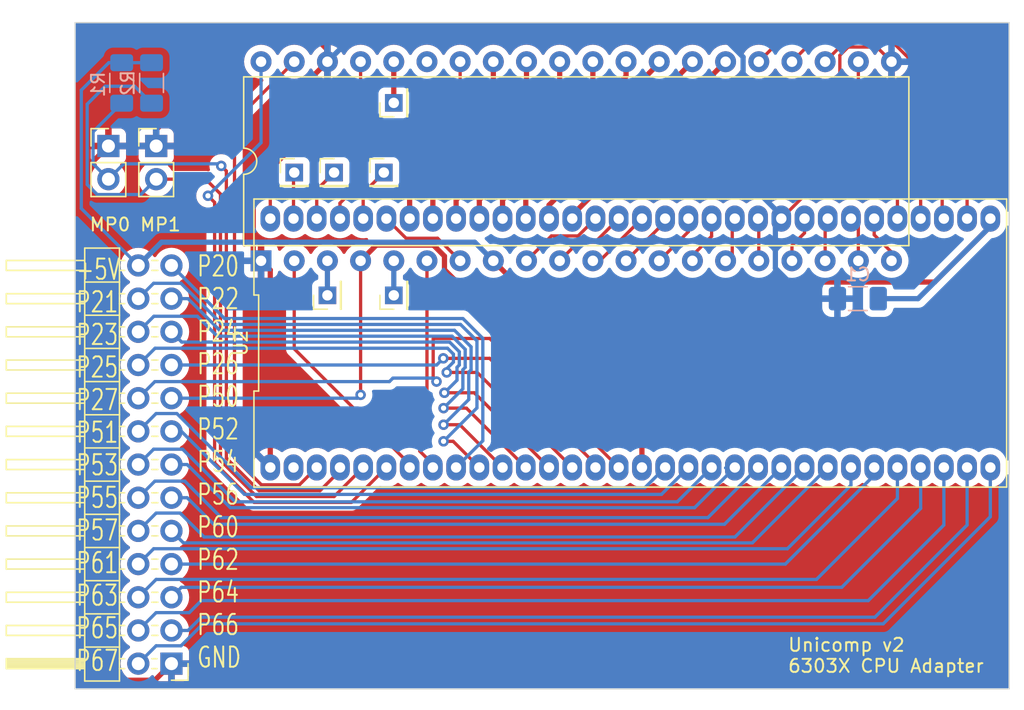
<source format=kicad_pcb>
(kicad_pcb (version 20221018) (generator pcbnew)
  (layers (0 "F.Cu" signal) (31 "B.Cu" signal) (34 "B.Paste" user) (35 "F.Paste" user) (36 "B.SilkS" user "B.Silkscreen") (37 "F.SilkS" user "F.Silkscreen") (38 "B.Mask" user) (39 "F.Mask" user) (44 "Edge.Cuts" user))
  (net 0 "")
  (net 1 "+5V")
  (net 2 "GND")
  (net 3 "/P20")
  (net 4 "/P21")
  (net 5 "/P22")
  (net 6 "/~{NMI}")
  (net 7 "/~{IRQ1}")
  (net 8 "/~{RST}")
  (net 9 "/P23")
  (net 10 "/P24")
  (net 11 "/A15")
  (net 12 "/A14")
  (net 13 "/A13")
  (net 14 "/A12")
  (net 15 "/A11")
  (net 16 "/A10")
  (net 17 "/A9")
  (net 18 "/A8")
  (net 19 "/D7")
  (net 20 "/D6")
  (net 21 "/D5")
  (net 22 "/D4")
  (net 23 "/D3")
  (net 24 "/D2")
  (net 25 "/D1")
  (net 26 "/D0")
  (net 27 "/R{slash}~{W}")
  (net 28 "Net-(J6-Pin_1)")
  (net 29 "/A0")
  (net 30 "/A1")
  (net 31 "/A2")
  (net 32 "/A3")
  (net 33 "/A4")
  (net 34 "/A5")
  (net 35 "/A6")
  (net 36 "/A7")
  (net 37 "/PHI2")
  (net 38 "/CPUCLK")
  (net 39 "+5C")
  (net 40 "/MP0")
  (net 41 "/MP1")
  (net 43 "Net-(J3-Pin_1)")
  (net 44 "Net-(J4-Pin_1)")
  (net 45 "/~{HALT}")
  (net 46 "/BA")
  (net 47 "/P25")
  (net 48 "/P26")
  (net 49 "/P27")
  (net 50 "/P51")
  (net 51 "/P52")
  (net 52 "/P53")
  (net 53 "/P54")
  (net 54 "/P55")
  (net 55 "/P56")
  (net 56 "/P57")
  (net 57 "/P60")
  (net 58 "/P61")
  (net 59 "/P62")
  (net 60 "/P63")
  (net 61 "/P64")
  (net 62 "/P65")
  (net 63 "/P66")
  (net 64 "/P67")
  (net 65 "/~{LIR}")
  (net 66 "/~{WR}")
  (net 67 "/~{RD}")
  (footprint "Connector_PinHeader_2.54mm:PinHeader_1x02_P2.54mm_Vertical" (layer "F.Cu") (at 162.052 43.942)
    (fp_text reference "JP1" hide)
    (fp_text value "Mode" hide)
    (pad "1" thru_hole rect (at 0 0) (size 1.7 1.7) (drill 1) (layers "*.Cu" "*.Mask") (net 2 "GND"))
    (pad "2" thru_hole oval (at 0 2.54) (size 1.7 1.7) (drill 1) (layers "*.Cu" "*.Mask") (net 40 "/MP0"))
  )
  (footprint "Connector_PinHeader_2.00mm:PinHeader_1x01_P2.00mm_Vertical" (layer "F.Cu") (at 183.896 40.64 90)
    (fp_text reference "J4" hide)
    (fp_text value ".")
    (pad "1" thru_hole rect (at 0 0 90) (size 1.35 1.35) (drill 0.8) (layers "*.Cu" "*.Mask") (net 44 "Net-(J4-Pin_1)"))
  )
  (footprint "Package_DIP:DIP-40_W15.24mm" (layer "F.Cu") (at 173.736 52.7304 90)
    (fp_text reference "U3" hide)
    (fp_text value "MC6802")
    (pad "1" thru_hole rect (at 0 0 90) (size 1.6 1.6) (drill 0.8) (layers "*.Cu" "*.Mask") (net 2 "GND"))
    (pad "2" thru_hole oval (at 0 2.54 90) (size 1.6 1.6) (drill 0.8) (layers "*.Cu" "*.Mask") (net 45 "/~{HALT}"))
    (pad "3" thru_hole oval (at 0 5.08 90) (size 1.6 1.6) (drill 0.8) (layers "*.Cu" "*.Mask") (net 43 "Net-(J3-Pin_1)"))
    (pad "4" thru_hole oval (at 0 7.62 90) (size 1.6 1.6) (drill 0.8) (layers "*.Cu" "*.Mask") (net 7 "/~{IRQ1}"))
    (pad "5" thru_hole oval (at 0 10.16 90) (size 1.6 1.6) (drill 0.8) (layers "*.Cu" "*.Mask") (net 28 "Net-(J6-Pin_1)"))
    (pad "6" thru_hole oval (at 0 12.7 90) (size 1.6 1.6) (drill 0.8) (layers "*.Cu" "*.Mask") (net 6 "/~{NMI}"))
    (pad "7" thru_hole oval (at 0 15.24 90) (size 1.6 1.6) (drill 0.8) (layers "*.Cu" "*.Mask") (net 46 "/BA"))
    (pad "8" thru_hole oval (at 0 17.78 90) (size 1.6 1.6) (drill 0.8) (layers "*.Cu" "*.Mask") (net 1 "+5V"))
    (pad "9" thru_hole oval (at 0 20.32 90) (size 1.6 1.6) (drill 0.8) (layers "*.Cu" "*.Mask") (net 29 "/A0"))
    (pad "10" thru_hole oval (at 0 22.86 90) (size 1.6 1.6) (drill 0.8) (layers "*.Cu" "*.Mask") (net 30 "/A1"))
    (pad "11" thru_hole oval (at 0 25.4 90) (size 1.6 1.6) (drill 0.8) (layers "*.Cu" "*.Mask") (net 31 "/A2"))
    (pad "12" thru_hole oval (at 0 27.94 90) (size 1.6 1.6) (drill 0.8) (layers "*.Cu" "*.Mask") (net 32 "/A3"))
    (pad "13" thru_hole oval (at 0 30.48 90) (size 1.6 1.6) (drill 0.8) (layers "*.Cu" "*.Mask") (net 33 "/A4"))
    (pad "14" thru_hole oval (at 0 33.02 90) (size 1.6 1.6) (drill 0.8) (layers "*.Cu" "*.Mask") (net 34 "/A5"))
    (pad "15" thru_hole oval (at 0 35.56 90) (size 1.6 1.6) (drill 0.8) (layers "*.Cu" "*.Mask") (net 35 "/A6"))
    (pad "16" thru_hole oval (at 0 38.1 90) (size 1.6 1.6) (drill 0.8) (layers "*.Cu" "*.Mask") (net 36 "/A7"))
    (pad "17" thru_hole oval (at 0 40.64 90) (size 1.6 1.6) (drill 0.8) (layers "*.Cu" "*.Mask") (net 18 "/A8"))
    (pad "18" thru_hole oval (at 0 43.18 90) (size 1.6 1.6) (drill 0.8) (layers "*.Cu" "*.Mask") (net 17 "/A9"))
    (pad "19" thru_hole oval (at 0 45.72 90) (size 1.6 1.6) (drill 0.8) (layers "*.Cu" "*.Mask") (net 16 "/A10"))
    (pad "20" thru_hole oval (at 0 48.26 90) (size 1.6 1.6) (drill 0.8) (layers "*.Cu" "*.Mask") (net 15 "/A11"))
    (pad "21" thru_hole oval (at 15.24 48.26 90) (size 1.6 1.6) (drill 0.8) (layers "*.Cu" "*.Mask") (net 2 "GND"))
    (pad "22" thru_hole oval (at 15.24 45.72 90) (size 1.6 1.6) (drill 0.8) (layers "*.Cu" "*.Mask") (net 14 "/A12"))
    (pad "23" thru_hole oval (at 15.24 43.18 90) (size 1.6 1.6) (drill 0.8) (layers "*.Cu" "*.Mask") (net 13 "/A13"))
    (pad "24" thru_hole oval (at 15.24 40.64 90) (size 1.6 1.6) (drill 0.8) (layers "*.Cu" "*.Mask") (net 12 "/A14"))
    (pad "25" thru_hole oval (at 15.24 38.1 90) (size 1.6 1.6) (drill 0.8) (layers "*.Cu" "*.Mask") (net 11 "/A15"))
    (pad "26" thru_hole oval (at 15.24 35.56 90) (size 1.6 1.6) (drill 0.8) (layers "*.Cu" "*.Mask") (net 19 "/D7"))
    (pad "27" thru_hole oval (at 15.24 33.02 90) (size 1.6 1.6) (drill 0.8) (layers "*.Cu" "*.Mask") (net 20 "/D6"))
    (pad "28" thru_hole oval (at 15.24 30.48 90) (size 1.6 1.6) (drill 0.8) (layers "*.Cu" "*.Mask") (net 21 "/D5"))
    (pad "29" thru_hole oval (at 15.24 27.94 90) (size 1.6 1.6) (drill 0.8) (layers "*.Cu" "*.Mask") (net 22 "/D4"))
    (pad "30" thru_hole oval (at 15.24 25.4 90) (size 1.6 1.6) (drill 0.8) (layers "*.Cu" "*.Mask") (net 23 "/D3"))
    (pad "31" thru_hole oval (at 15.24 22.86 90) (size 1.6 1.6) (drill 0.8) (layers "*.Cu" "*.Mask") (net 24 "/D2"))
    (pad "32" thru_hole oval (at 15.24 20.32 90) (size 1.6 1.6) (drill 0.8) (layers "*.Cu" "*.Mask") (net 25 "/D1"))
    (pad "33" thru_hole oval (at 15.24 17.78 90) (size 1.6 1.6) (drill 0.8) (layers "*.Cu" "*.Mask") (net 26 "/D0"))
    (pad "34" thru_hole oval (at 15.24 15.24 90) (size 1.6 1.6) (drill 0.8) (layers "*.Cu" "*.Mask") (net 27 "/R{slash}~{W}"))
    (pad "35" thru_hole oval (at 15.24 12.7 90) (size 1.6 1.6) (drill 0.8) (layers "*.Cu" "*.Mask") (net 39 "+5C"))
    (pad "36" thru_hole oval (at 15.24 10.16 90) (size 1.6 1.6) (drill 0.8) (layers "*.Cu" "*.Mask") (net 44 "Net-(J4-Pin_1)"))
    (pad "37" thru_hole oval (at 15.24 7.62 90) (size 1.6 1.6) (drill 0.8) (layers "*.Cu" "*.Mask") (net 37 "/PHI2"))
    (pad "38" thru_hole oval (at 15.24 5.08 90) (size 1.6 1.6) (drill 0.8) (layers "*.Cu" "*.Mask") (net 2 "GND"))
    (pad "39" thru_hole oval (at 15.24 2.54 90) (size 1.6 1.6) (drill 0.8) (layers "*.Cu" "*.Mask") (net 38 "/CPUCLK"))
    (pad "40" thru_hole oval (at 15.24 0 90) (size 1.6 1.6) (drill 0.8) (layers "*.Cu" "*.Mask") (net 8 "/~{RST}"))
  )
  (footprint "Connector_PinHeader_2.54mm:PinHeader_2x13_P2.54mm_Horizontal" (layer "F.Cu") (at 166.878 83.566 180)
    (fp_text reference "J1" hide)
    (fp_text value "Conn_02x13_Odd_Even" hide)
    (pad "1" thru_hole rect (at 0 0 180) (size 1.7 1.7) (drill 1) (layers "*.Cu" "*.Mask") (net 2 "GND"))
    (pad "2" thru_hole oval (at 2.54 0 180) (size 1.7 1.7) (drill 1) (layers "*.Cu" "*.Mask") (net 64 "/P67"))
    (pad "3" thru_hole oval (at 0 2.54 180) (size 1.7 1.7) (drill 1) (layers "*.Cu" "*.Mask") (net 63 "/P66"))
    (pad "4" thru_hole oval (at 2.54 2.54 180) (size 1.7 1.7) (drill 1) (layers "*.Cu" "*.Mask") (net 62 "/P65"))
    (pad "5" thru_hole oval (at 0 5.08 180) (size 1.7 1.7) (drill 1) (layers "*.Cu" "*.Mask") (net 61 "/P64"))
    (pad "6" thru_hole oval (at 2.54 5.08 180) (size 1.7 1.7) (drill 1) (layers "*.Cu" "*.Mask") (net 60 "/P63"))
    (pad "7" thru_hole oval (at 0 7.62 180) (size 1.7 1.7) (drill 1) (layers "*.Cu" "*.Mask") (net 59 "/P62"))
    (pad "8" thru_hole oval (at 2.54 7.62 180) (size 1.7 1.7) (drill 1) (layers "*.Cu" "*.Mask") (net 58 "/P61"))
    (pad "9" thru_hole oval (at 0 10.16 180) (size 1.7 1.7) (drill 1) (layers "*.Cu" "*.Mask") (net 57 "/P60"))
    (pad "10" thru_hole oval (at 2.54 10.16 180) (size 1.7 1.7) (drill 1) (layers "*.Cu" "*.Mask") (net 56 "/P57"))
    (pad "11" thru_hole oval (at 0 12.7 180) (size 1.7 1.7) (drill 1) (layers "*.Cu" "*.Mask") (net 55 "/P56"))
    (pad "12" thru_hole oval (at 2.54 12.7 180) (size 1.7 1.7) (drill 1) (layers "*.Cu" "*.Mask") (net 54 "/P55"))
    (pad "13" thru_hole oval (at 0 15.24 180) (size 1.7 1.7) (drill 1) (layers "*.Cu" "*.Mask") (net 53 "/P54"))
    (pad "14" thru_hole oval (at 2.54 15.24 180) (size 1.7 1.7) (drill 1) (layers "*.Cu" "*.Mask") (net 52 "/P53"))
    (pad "15" thru_hole oval (at 0 17.78 180) (size 1.7 1.7) (drill 1) (layers "*.Cu" "*.Mask") (net 51 "/P52"))
    (pad "16" thru_hole oval (at 2.54 17.78 180) (size 1.7 1.7) (drill 1) (layers "*.Cu" "*.Mask") (net 50 "/P51"))
    (pad "17" thru_hole oval (at 0 20.32 180) (size 1.7 1.7) (drill 1) (layers "*.Cu" "*.Mask") (net 7 "/~{IRQ1}"))
    (pad "18" thru_hole oval (at 2.54 20.32 180) (size 1.7 1.7) (drill 1) (layers "*.Cu" "*.Mask") (net 49 "/P27"))
    (pad "19" thru_hole oval (at 0 22.86 180) (size 1.7 1.7) (drill 1) (layers "*.Cu" "*.Mask") (net 48 "/P26"))
    (pad "20" thru_hole oval (at 2.54 22.86 180) (size 1.7 1.7) (drill 1) (layers "*.Cu" "*.Mask") (net 47 "/P25"))
    (pad "21" thru_hole oval (at 0 25.4 180) (size 1.7 1.7) (drill 1) (layers "*.Cu" "*.Mask") (net 10 "/P24"))
    (pad "22" thru_hole oval (at 2.54 25.4 180) (size 1.7 1.7) (drill 1) (layers "*.Cu" "*.Mask") (net 9 "/P23"))
    (pad "23" thru_hole oval (at 0 27.94 180) (size 1.7 1.7) (drill 1) (layers "*.Cu" "*.Mask") (net 5 "/P22"))
    (pad "24" thru_hole oval (at 2.54 27.94 180) (size 1.7 1.7) (drill 1) (layers "*.Cu" "*.Mask") (net 4 "/P21"))
    (pad "25" thru_hole oval (at 0 30.48 180) (size 1.7 1.7) (drill 1) (layers "*.Cu" "*.Mask") (net 3 "/P20"))
    (pad "26" thru_hole oval (at 2.54 30.48 180) (size 1.7 1.7) (drill 1) (layers "*.Cu" "*.Mask") (net 1 "+5V"))
  )
  (footprint "my_own_conn:DIP-64_W19.05mm_P1.77" (layer "F.Cu") (at 174.442 68.55 90)
    (fp_text reference "U2" (at 9.525 -2.25 90) (layer "F.SilkS"))
    (fp_text value "HD6303XP")
    (pad "1" thru_hole oval (at 0 0) (size 1.5 2) (drill 0.8) (layers "*.Cu" "*.Mask") (net 2 "GND"))
    (pad "2" thru_hole oval (at 0 1.778) (size 1.5 2) (drill 0.8) (layers "*.Cu" "*.Mask"))
    (pad "3" thru_hole oval (at 0 3.556) (size 1.5 2) (drill 0.8) (layers "*.Cu" "*.Mask") (net 38 "/CPUCLK"))
    (pad "4" thru_hole oval (at 0 5.334) (size 1.5 2) (drill 0.8) (layers "*.Cu" "*.Mask") (net 40 "/MP0"))
    (pad "5" thru_hole oval (at 0 7.112) (size 1.5 2) (drill 0.8) (layers "*.Cu" "*.Mask") (net 41 "/MP1"))
    (pad "6" thru_hole oval (at 0 8.89) (size 1.5 2) (drill 0.8) (layers "*.Cu" "*.Mask") (net 8 "/~{RST}"))
    (pad "7" thru_hole oval (at 0 10.668) (size 1.5 2) (drill 0.8) (layers "*.Cu" "*.Mask") (net 45 "/~{HALT}"))
    (pad "8" thru_hole oval (at 0 12.446) (size 1.5 2) (drill 0.8) (layers "*.Cu" "*.Mask") (net 6 "/~{NMI}"))
    (pad "9" thru_hole oval (at 0 14.224) (size 1.5 2) (drill 0.8) (layers "*.Cu" "*.Mask") (net 3 "/P20"))
    (pad "10" thru_hole oval (at 0 16.002) (size 1.5 2) (drill 0.8) (layers "*.Cu" "*.Mask") (net 4 "/P21"))
    (pad "11" thru_hole oval (at 0 17.78) (size 1.5 2) (drill 0.8) (layers "*.Cu" "*.Mask") (net 5 "/P22"))
    (pad "12" thru_hole oval (at 0 19.558) (size 1.5 2) (drill 0.8) (layers "*.Cu" "*.Mask") (net 9 "/P23"))
    (pad "13" thru_hole oval (at 0 21.336) (size 1.5 2) (drill 0.8) (layers "*.Cu" "*.Mask") (net 10 "/P24"))
    (pad "14" thru_hole oval (at 0 23.114) (size 1.5 2) (drill 0.8) (layers "*.Cu" "*.Mask") (net 47 "/P25"))
    (pad "15" thru_hole oval (at 0 24.892) (size 1.5 2) (drill 0.8) (layers "*.Cu" "*.Mask") (net 48 "/P26"))
    (pad "16" thru_hole oval (at 0 26.67) (size 1.5 2) (drill 0.8) (layers "*.Cu" "*.Mask") (net 49 "/P27"))
    (pad "17" thru_hole oval (at 0 28.448) (size 1.5 2) (drill 0.8) (layers "*.Cu" "*.Mask") (net 7 "/~{IRQ1}"))
    (pad "18" thru_hole oval (at 0 30.226) (size 1.5 2) (drill 0.8) (layers "*.Cu" "*.Mask") (net 50 "/P51"))
    (pad "19" thru_hole oval (at 0 32.004) (size 1.5 2) (drill 0.8) (layers "*.Cu" "*.Mask") (net 51 "/P52"))
    (pad "20" thru_hole oval (at 0 33.782) (size 1.5 2) (drill 0.8) (layers "*.Cu" "*.Mask") (net 52 "/P53"))
    (pad "21" thru_hole oval (at 0 35.56) (size 1.5 2) (drill 0.8) (layers "*.Cu" "*.Mask") (net 53 "/P54"))
    (pad "22" thru_hole oval (at 0 37.338) (size 1.5 2) (drill 0.8) (layers "*.Cu" "*.Mask") (net 54 "/P55"))
    (pad "23" thru_hole oval (at 0 39.116) (size 1.5 2) (drill 0.8) (layers "*.Cu" "*.Mask") (net 55 "/P56"))
    (pad "24" thru_hole oval (at 0 40.894) (size 1.5 2) (drill 0.8) (layers "*.Cu" "*.Mask") (net 56 "/P57"))
    (pad "25" thru_hole oval (at 0 42.672) (size 1.5 2) (drill 0.8) (layers "*.Cu" "*.Mask") (net 57 "/P60"))
    (pad "26" thru_hole oval (at 0 44.45) (size 1.5 2) (drill 0.8) (layers "*.Cu" "*.Mask") (net 58 "/P61"))
    (pad "27" thru_hole oval (at 0 46.228) (size 1.5 2) (drill 0.8) (layers "*.Cu" "*.Mask") (net 59 "/P62"))
    (pad "28" thru_hole oval (at 0 48.006) (size 1.5 2) (drill 0.8) (layers "*.Cu" "*.Mask") (net 60 "/P63"))
    (pad "29" thru_hole oval (at 0 49.784) (size 1.5 2) (drill 0.8) (layers "*.Cu" "*.Mask") (net 61 "/P64"))
    (pad "30" thru_hole oval (at 0 51.562) (size 1.5 2) (drill 0.8) (layers "*.Cu" "*.Mask") (net 62 "/P65"))
    (pad "31" thru_hole oval (at 0 53.34) (size 1.5 2) (drill 0.8) (layers "*.Cu" "*.Mask") (net 63 "/P66"))
    (pad "32" thru_hole oval (at 0 55.118) (size 1.5 2) (drill 0.8) (layers "*.Cu" "*.Mask") (net 64 "/P67"))
    (pad "33" thru_hole oval (at 19.05 55.118) (size 1.5 2) (drill 0.8) (layers "*.Cu" "*.Mask") (net 1 "+5V"))
    (pad "34" thru_hole oval (at 19.05 53.34) (size 1.5 2) (drill 0.8) (layers "*.Cu" "*.Mask") (net 11 "/A15"))
    (pad "35" thru_hole oval (at 19.05 51.562) (size 1.5 2) (drill 0.8) (layers "*.Cu" "*.Mask") (net 12 "/A14"))
    (pad "36" thru_hole oval (at 19.05 49.784) (size 1.5 2) (drill 0.8) (layers "*.Cu" "*.Mask") (net 13 "/A13"))
    (pad "37" thru_hole oval (at 19.05 48.006) (size 1.5 2) (drill 0.8) (layers "*.Cu" "*.Mask") (net 14 "/A12"))
    (pad "38" thru_hole oval (at 19.05 46.228) (size 1.5 2) (drill 0.8) (layers "*.Cu" "*.Mask") (net 15 "/A11"))
    (pad "39" thru_hole oval (at 19.05 44.45) (size 1.5 2) (drill 0.8) (layers "*.Cu" "*.Mask") (net 16 "/A10"))
    (pad "40" thru_hole oval (at 19.05 42.672) (size 1.5 2) (drill 0.8) (layers "*.Cu" "*.Mask") (net 17 "/A9"))
    (pad "41" thru_hole oval (at 19.05 40.894) (size 1.5 2) (drill 0.8) (layers "*.Cu" "*.Mask") (net 18 "/A8"))
    (pad "42" thru_hole oval (at 19.05 39.116) (size 1.5 2) (drill 0.8) (layers "*.Cu" "*.Mask") (net 2 "GND"))
    (pad "43" thru_hole oval (at 19.05 37.338) (size 1.5 2) (drill 0.8) (layers "*.Cu" "*.Mask") (net 36 "/A7"))
    (pad "44" thru_hole oval (at 19.05 35.56) (size 1.5 2) (drill 0.8) (layers "*.Cu" "*.Mask") (net 35 "/A6"))
    (pad "45" thru_hole oval (at 19.05 33.782) (size 1.5 2) (drill 0.8) (layers "*.Cu" "*.Mask") (net 34 "/A5"))
    (pad "46" thru_hole oval (at 19.05 32.004) (size 1.5 2) (drill 0.8) (layers "*.Cu" "*.Mask") (net 33 "/A4"))
    (pad "47" thru_hole oval (at 19.05 30.226) (size 1.5 2) (drill 0.8) (layers "*.Cu" "*.Mask") (net 32 "/A3"))
    (pad "48" thru_hole oval (at 19.05 28.448) (size 1.5 2) (drill 0.8) (layers "*.Cu" "*.Mask") (net 31 "/A2"))
    (pad "49" thru_hole oval (at 19.05 26.67) (size 1.5 2) (drill 0.8) (layers "*.Cu" "*.Mask") (net 30 "/A1"))
    (pad "50" thru_hole oval (at 19.05 24.892) (size 1.5 2) (drill 0.8) (layers "*.Cu" "*.Mask") (net 29 "/A0"))
    (pad "51" thru_hole oval (at 19.05 23.114) (size 1.5 2) (drill 0.8) (layers "*.Cu" "*.Mask") (net 19 "/D7"))
    (pad "52" thru_hole oval (at 19.05 21.336) (size 1.5 2) (drill 0.8) (layers "*.Cu" "*.Mask") (net 20 "/D6"))
    (pad "53" thru_hole oval (at 19.05 19.558) (size 1.5 2) (drill 0.8) (layers "*.Cu" "*.Mask") (net 21 "/D5"))
    (pad "54" thru_hole oval (at 19.05 17.78) (size 1.5 2) (drill 0.8) (layers "*.Cu" "*.Mask") (net 22 "/D4"))
    (pad "55" thru_hole oval (at 19.05 16.002) (size 1.5 2) (drill 0.8) (layers "*.Cu" "*.Mask") (net 23 "/D3"))
    (pad "56" thru_hole oval (at 19.05 14.224) (size 1.5 2) (drill 0.8) (layers "*.Cu" "*.Mask") (net 24 "/D2"))
    (pad "57" thru_hole oval (at 19.05 12.446) (size 1.5 2) (drill 0.8) (layers "*.Cu" "*.Mask") (net 25 "/D1"))
    (pad "58" thru_hole oval (at 19.05 10.668) (size 1.5 2) (drill 0.8) (layers "*.Cu" "*.Mask") (net 26 "/D0"))
    (pad "59" thru_hole oval (at 19.05 8.89) (size 1.5 2) (drill 0.8) (layers "*.Cu" "*.Mask") (net 46 "/BA"))
    (pad "60" thru_hole oval (at 19.05 7.112) (size 1.5 2) (drill 0.8) (layers "*.Cu" "*.Mask") (net 65 "/~{LIR}"))
    (pad "61" thru_hole oval (at 19.05 5.334) (size 1.5 2) (drill 0.8) (layers "*.Cu" "*.Mask") (net 27 "/R{slash}~{W}"))
    (pad "62" thru_hole oval (at 19.05 3.556) (size 1.5 2) (drill 0.8) (layers "*.Cu" "*.Mask") (net 66 "/~{WR}"))
    (pad "63" thru_hole oval (at 19.05 1.778) (size 1.5 2) (drill 0.8) (layers "*.Cu" "*.Mask") (net 67 "/~{RD}"))
    (pad "64" thru_hole oval (at 19.05 0) (size 1.5 2) (drill 0.8) (layers "*.Cu" "*.Mask") (net 37 "/PHI2"))
  )
  (footprint "Connector_PinHeader_2.54mm:PinHeader_1x02_P2.54mm_Vertical" (layer "F.Cu") (at 165.7096 43.942)
    (fp_text reference "JP2" hide)
    (fp_text value "Mode" hide)
    (pad "1" thru_hole rect (at 0 0) (size 1.7 1.7) (drill 1) (layers "*.Cu" "*.Mask") (net 2 "GND"))
    (pad "2" thru_hole oval (at 0 2.54) (size 1.7 1.7) (drill 1) (layers "*.Cu" "*.Mask") (net 41 "/MP1"))
  )
  (footprint "Connector_PinHeader_2.00mm:PinHeader_1x01_P2.00mm_Vertical" (layer "F.Cu") (at 183.134 45.974)
    (fp_text reference "J7" hide)
    (fp_text value ".")
    (pad "1" thru_hole rect (at 0 0) (size 1.35 1.35) (drill 0.8) (layers "*.Cu" "*.Mask") (net 65 "/~{LIR}"))
  )
  (footprint "Connector_PinHeader_2.00mm:PinHeader_1x01_P2.00mm_Vertical" (layer "F.Cu") (at 183.896 55.372 90)
    (fp_text reference "J6" hide)
    (fp_text value ".")
    (pad "1" thru_hole rect (at 0 0 90) (size 1.35 1.35) (drill 0.8) (layers "*.Cu" "*.Mask") (net 28 "Net-(J6-Pin_1)"))
  )
  (footprint "Connector_PinHeader_2.00mm:PinHeader_1x01_P2.00mm_Vertical" (layer "F.Cu") (at 179.324 45.974)
    (fp_text reference "J9" hide)
    (fp_text value ".")
    (pad "1" thru_hole rect (at 0 0) (size 1.35 1.35) (drill 0.8) (layers "*.Cu" "*.Mask") (net 66 "/~{WR}"))
  )
  (footprint "Connector_PinHeader_2.00mm:PinHeader_1x01_P2.00mm_Vertical" (layer "F.Cu") (at 176.276 45.974)
    (fp_text reference "J8" hide)
    (fp_text value ".")
    (pad "1" thru_hole rect (at 0 0) (size 1.35 1.35) (drill 0.8) (layers "*.Cu" "*.Mask") (net 67 "/~{RD}"))
  )
  (footprint "Connector_PinHeader_2.00mm:PinHeader_1x01_P2.00mm_Vertical" (layer "F.Cu") (at 178.816 55.372 90)
    (fp_text reference "J3" hide)
    (fp_text value ".")
    (pad "1" thru_hole rect (at 0 0 90) (size 1.35 1.35) (drill 0.8) (layers "*.Cu" "*.Mask") (net 43 "Net-(J3-Pin_1)"))
  )
  (footprint "Capacitor_SMD:C_1206_3216Metric_Pad1.33x1.80mm_HandSolder" (layer "B.Cu") (at 219.4175 55.626 180)
    (fp_text reference "C1" (at 0 1.85) (layer "B.SilkS") (effects (justify mirror)))
    (fp_text value "100n" hide)
    (pad "1" smd roundrect (at -1.5625 0 180) (size 1.325 1.8) (layers "B.Cu" "B.Paste" "B.Mask") (roundrect_rratio 0.1886792453) (net 1 "+5V"))
    (pad "2" smd roundrect (at 1.5625 0 180) (size 1.325 1.8) (layers "B.Cu" "B.Paste" "B.Mask") (roundrect_rratio 0.1886792453) (net 2 "GND"))
  )
  (footprint "Resistor_SMD:R_1206_3216Metric_Pad1.30x1.75mm_HandSolder" (layer "B.Cu") (at 163.068 39.116 -90)
    (fp_text reference "R1" (at 0.1156 1.8064 -270) (layer "B.SilkS") (effects (justify mirror)))
    (fp_text value "22k")
    (pad "1" smd roundrect (at -1.55 0 270) (size 1.3 1.75) (layers "B.Cu" "B.Paste" "B.Mask") (roundrect_rratio 0.1923076923) (net 1 "+5V"))
    (pad "2" smd roundrect (at 1.55 0 270) (size 1.3 1.75) (layers "B.Cu" "B.Paste" "B.Mask") (roundrect_rratio 0.1923076923) (net 40 "/MP0"))
  )
  (footprint "Resistor_SMD:R_1206_3216Metric_Pad1.30x1.75mm_HandSolder" (layer "B.Cu") (at 165.354 39.116 -90)
    (fp_text reference "R2" (at 0 1.82 -270) (layer "B.SilkS") (effects (justify mirror)))
    (fp_text value "22k")
    (pad "1" smd roundrect (at -1.55 0 270) (size 1.3 1.75) (layers "B.Cu" "B.Paste" "B.Mask") (roundrect_rratio 0.1923076923) (net 1 "+5V"))
    (pad "2" smd roundrect (at 1.55 0 270) (size 1.3 1.75) (layers "B.Cu" "B.Paste" "B.Mask") (roundrect_rratio 0.1923076923) (net 41 "/MP1"))
  )
  (gr_rect (start 159.5 34.5) (end 231 85.5) (stroke (width 0.1)) (fill none) (layer "Edge.Cuts"))
  (gr_text "MP0 MP1\n" (at 160.528 50.541) (layer "F.SilkS") (effects (font (size 1 1)) (justify left bottom)))
  (gr_text "+5V\nP21\nP23\nP25\nP27\nP51\nP53\nP55\nP57\nP61\nP63\nP65\nP67" (at 159.5 84.25) (layer "F.SilkS") (effects (font (size 1.55 1.1)) (justify left bottom)))
  (gr_text "Unicomp v2\n6303X CPU Adapter" (at 213.995 84.328) (layer "F.SilkS") (effects (font (size 1 1)) (justify left bottom)))
  (gr_text "P20\nP22\nP24\nP26\nP50\nP52\nP54\nP56\nP60\nP62\nP64\nP66\nGND\n" (at 168.75 84) (layer "F.SilkS") (effects (font (size 1.55 1.1)) (justify left bottom)))
  (segment (start 225.298 54.356) (end 229.56 50.094) (width 0.4) (layer "F.Cu") (net 1))
  (segment (start 191.516 52.7304) (end 193.1416 54.356) (width 0.4) (layer "F.Cu") (net 1))
  (segment (start 193.1416 54.356) (end 225.298 54.356) (width 0.4) (layer "F.Cu") (net 1))
  (segment (start 229.56 50.094) (end 229.56 49.5) (width 0.4) (layer "F.Cu") (net 1))
  (segment (start 163.068 37.566) (end 162.078 37.566) (width 0.25) (layer "B.Cu") (net 1))
  (segment (start 229.56 50.094) (end 229.56 49.5) (width 0.4) (layer "B.Cu") (net 1))
  (segment (start 159.977 48.725) (end 164.338 53.086) (width 0.25) (layer "B.Cu") (net 1))
  (segment (start 220.98 55.626) (end 224.028 55.626) (width 0.4) (layer "B.Cu") (net 1))
  (segment (start 163.068 37.566) (end 165.354 37.566) (width 0.25) (layer "B.Cu") (net 1))
  (segment (start 164.338 53.086) (end 166.116 51.308) (width 0.4) (layer "B.Cu") (net 1))
  (segment (start 166.116 51.308) (end 190.0936 51.308) (width 0.4) (layer "B.Cu") (net 1))
  (segment (start 190.0936 51.308) (end 191.516 52.7304) (width 0.4) (layer "B.Cu") (net 1))
  (segment (start 162.078 37.566) (end 159.977 39.667) (width 0.25) (layer "B.Cu") (net 1))
  (segment (start 159.977 39.667) (end 159.977 48.725) (width 0.25) (layer "B.Cu") (net 1))
  (segment (start 224.028 55.626) (end 229.56 50.094) (width 0.4) (layer "B.Cu") (net 1))
  (segment (start 163.322 84.836) (end 160.528 82.042) (width 0.4) (layer "F.Cu") (net 2))
  (segment (start 178.816 36.576) (end 178.816 37.4904) (width 0.4) (layer "F.Cu") (net 2))
  (segment (start 174.442 53.4364) (end 173.736 52.7304) (width 0.4) (layer "F.Cu") (net 2))
  (segment (start 178.054 35.814) (end 178.816 36.576) (width 0.4) (layer "F.Cu") (net 2))
  (segment (start 174.442 68.55) (end 174.442 53.4364) (width 0.4) (layer "F.Cu") (net 2))
  (segment (start 218.041 37.001796) (end 218.041 45.017) (width 0.25) (layer "F.Cu") (net 2))
  (segment (start 165.7096 43.942) (end 165.7096 42.692) (width 0.4) (layer "F.Cu") (net 2))
  (segment (start 160.528 45.466) (end 162.052 43.942) (width 0.4) (layer "F.Cu") (net 2))
  (segment (start 165.608 84.836) (end 163.322 84.836) (width 0.4) (layer "F.Cu") (net 2))
  (segment (start 220.871 36.3654) (end 218.677396 36.3654) (width 0.25) (layer "F.Cu") (net 2))
  (segment (start 178.816 37.4904) (end 173.136 43.1704) (width 0.4) (layer "F.Cu") (net 2))
  (segment (start 218.041 45.017) (end 213.558 49.5) (width 0.25) (layer "F.Cu") (net 2))
  (segment (start 162.052 43.942) (end 165.7096 43.942) (width 0.4) (layer "F.Cu") (net 2))
  (segment (start 165.7096 42.692) (end 172.5876 35.814) (width 0.4) (layer "F.Cu") (net 2))
  (segment (start 160.528 82.042) (end 160.528 45.466) (width 0.4) (layer "F.Cu") (net 2))
  (segment (start 166.878 83.566) (end 165.608 84.836) (width 0.4) (layer "F.Cu") (net 2))
  (segment (start 173.136 43.1704) (end 173.136 52.1304) (width 0.4) (layer "F.Cu") (net 2))
  (segment (start 218.677396 36.3654) (end 218.041 37.001796) (width 0.25) (layer "F.Cu") (net 2))
  (segment (start 173.136 52.1304) (end 173.736 52.7304) (width 0.4) (layer "F.Cu") (net 2))
  (segment (start 221.996 37.4904) (end 220.871 36.3654) (width 0.25) (layer "F.Cu") (net 2))
  (segment (start 172.5876 35.814) (end 178.054 35.814) (width 0.4) (layer "F.Cu") (net 2))
  (segment (start 180.4924 35.814) (end 209.316657 35.814) (width 0.4) (layer "B.Cu") (net 2))
  (segment (start 213.106 49.952) (end 213.558 49.5) (width 0.4) (layer "B.Cu") (net 2))
  (segment (start 217.855 55.626) (end 215.434543 55.626) (width 0.4) (layer "B.Cu") (net 2))
  (segment (start 215.434543 55.626) (end 213.106 53.297457) (width 0.4) (layer "B.Cu") (net 2))
  (segment (start 213.558 49.25) (end 213.558 49.5) (width 0.4) (layer "B.Cu") (net 2))
  (segment (start 210.636 37.133343) (end 210.636 46.328) (width 0.4) (layer "B.Cu") (net 2))
  (segment (start 209.316657 35.814) (end 210.636 37.133343) (width 0.4) (layer "B.Cu") (net 2))
  (segment (start 213.106 53.297457) (end 213.106 49.952) (width 0.4) (layer "B.Cu") (net 2))
  (segment (start 210.636 46.328) (end 213.558 49.25) (width 0.4) (layer "B.Cu") (net 2))
  (segment (start 178.816 37.4904) (end 180.4924 35.814) (width 0.4) (layer "B.Cu") (net 2))
  (segment (start 166.878 53.086) (end 170.942 57.15) (width 0.25) (layer "B.Cu") (net 3))
  (segment (start 170.942 57.15) (end 189.189996 57.15) (width 0.25) (layer "B.Cu") (net 3))
  (segment (start 190.711999 58.672003) (end 190.711999 66.504001) (width 0.25) (layer "B.Cu") (net 3))
  (segment (start 189.189996 57.15) (end 190.711999 58.672003) (width 0.25) (layer "B.Cu") (net 3))
  (segment (start 190.711999 66.504001) (end 188.666 68.55) (width 0.25) (layer "B.Cu") (net 3))
  (segment (start 187.706 66.548) (end 188.442 66.548) (width 0.25) (layer "F.Cu") (net 4))
  (segment (start 188.442 66.548) (end 190.444 68.55) (width 0.25) (layer "F.Cu") (net 4))
  (via (at 187.706 66.548) (size 0.8) (drill 0.4) (layers "F.Cu" "B.Cu") (net 4))
  (segment (start 165.513 54.451) (end 167.606604 54.451) (width 0.25) (layer "B.Cu") (net 4))
  (segment (start 190.261999 63.992001) (end 187.706 66.548) (width 0.25) (layer "B.Cu") (net 4))
  (segment (start 170.755604 57.6) (end 189.0036 57.6) (width 0.25) (layer "B.Cu") (net 4))
  (segment (start 164.338 55.626) (end 165.513 54.451) (width 0.25) (layer "B.Cu") (net 4))
  (segment (start 190.261999 58.858399) (end 190.261999 63.992001) (width 0.25) (layer "B.Cu") (net 4))
  (segment (start 167.606604 54.451) (end 170.755604 57.6) (width 0.25) (layer "B.Cu") (net 4))
  (segment (start 189.0036 57.6) (end 190.261999 58.858399) (width 0.25) (layer "B.Cu") (net 4))
  (segment (start 188.95 65.278) (end 187.706 65.278) (width 0.25) (layer "F.Cu") (net 5))
  (segment (start 192.222 68.55) (end 188.95 65.278) (width 0.25) (layer "F.Cu") (net 5))
  (via (at 187.706 65.278) (size 0.8) (drill 0.4) (layers "F.Cu" "B.Cu") (net 5))
  (segment (start 189.635 63.349) (end 187.706 65.278) (width 0.25) (layer "B.Cu") (net 5))
  (segment (start 189.635 61.255203) (end 189.635 63.349) (width 0.25) (layer "B.Cu") (net 5))
  (segment (start 188.544203 58.05) (end 189.811999 59.317796) (width 0.25) (layer "B.Cu") (net 5))
  (segment (start 166.878 55.626) (end 168.145208 55.626) (width 0.25) (layer "B.Cu") (net 5))
  (segment (start 168.145208 55.626) (end 170.569208 58.05) (width 0.25) (layer "B.Cu") (net 5))
  (segment (start 189.811999 61.078204) (end 189.635 61.255203) (width 0.25) (layer "B.Cu") (net 5))
  (segment (start 189.811999 59.317796) (end 189.811999 61.078204) (width 0.25) (layer "B.Cu") (net 5))
  (segment (start 170.569208 58.05) (end 188.544203 58.05) (width 0.25) (layer "B.Cu") (net 5))
  (segment (start 185.888 67.3) (end 185.888 63.494412) (width 0.25) (layer "F.Cu") (net 6))
  (segment (start 186.436 62.946412) (end 186.436 52.7304) (width 0.25) (layer "F.Cu") (net 6))
  (segment (start 186.888 68.3) (end 185.888 67.3) (width 0.25) (layer "F.Cu") (net 6))
  (segment (start 185.888 63.494412) (end 186.436 62.946412) (width 0.25) (layer "F.Cu") (net 6))
  (segment (start 186.888 68.55) (end 186.888 68.3) (width 0.25) (layer "F.Cu") (net 6))
  (segment (start 187.776 52.373343) (end 187.776 53.41) (width 0.4) (layer "F.Cu") (net 7))
  (segment (start 181.356 52.7304) (end 181.356 62.992) (width 0.25) (layer "F.Cu") (net 7))
  (segment (start 187.776 53.41) (end 189.484 55.118) (width 0.4) (layer "F.Cu") (net 7))
  (segment (start 181.356 52.7304) (end 182.556 51.5304) (width 0.4) (layer "F.Cu") (net 7))
  (segment (start 202.89 56.84) (end 202.89 68.55) (width 0.4) (layer "F.Cu") (net 7))
  (segment (start 182.556 51.5304) (end 186.933057 51.5304) (width 0.4) (layer "F.Cu") (net 7))
  (segment (start 186.933057 51.5304) (end 187.776 52.373343) (width 0.4) (layer "F.Cu") (net 7))
  (segment (start 201.168 55.118) (end 202.89 56.84) (width 0.4) (layer "F.Cu") (net 7))
  (segment (start 189.484 55.118) (end 201.168 55.118) (width 0.4) (layer "F.Cu") (net 7))
  (via (at 181.356 62.992) (size 0.8) (drill 0.4) (layers "F.Cu" "B.Cu") (net 7))
  (segment (start 181.102 63.246) (end 181.356 62.992) (width 0.25) (layer "B.Cu") (net 7))
  (segment (start 166.878 63.246) (end 181.102 63.246) (width 0.25) (layer "B.Cu") (net 7))
  (segment (start 170.18 68.203188) (end 170.18 48.26) (width 0.25) (layer "F.Cu") (net 8))
  (segment (start 183.332 68.55) (end 180.657 71.225) (width 0.25) (layer "F.Cu") (net 8))
  (segment (start 173.201812 71.225) (end 170.18 68.203188) (width 0.25) (layer "F.Cu") (net 8))
  (segment (start 180.657 71.225) (end 173.201812 71.225) (width 0.25) (layer "F.Cu") (net 8))
  (segment (start 170.18 48.26) (end 169.672 47.752) (width 0.25) (layer "F.Cu") (net 8))
  (via (at 169.672 47.752) (size 0.8) (drill 0.4) (layers "F.Cu" "B.Cu") (net 8))
  (segment (start 169.672 47.752) (end 173.736 43.688) (width 0.25) (layer "B.Cu") (net 8))
  (segment (start 173.736 43.688) (end 173.736 37.4904) (width 0.25) (layer "B.Cu") (net 8))
  (segment (start 187.706 64.008) (end 189.458 64.008) (width 0.25) (layer "F.Cu") (net 9))
  (segment (start 189.458 64.008) (end 194 68.55) (width 0.25) (layer "F.Cu") (net 9))
  (via (at 187.706 64.008) (size 0.8) (drill 0.4) (layers "F.Cu" "B.Cu") (net 9))
  (segment (start 189.361999 59.504192) (end 189.361999 60.891808) (width 0.25) (layer "B.Cu") (net 9))
  (segment (start 164.338 58.166) (end 165.528 56.976) (width 0.25) (layer "B.Cu") (net 9))
  (segment (start 168.858812 56.976) (end 170.382812 58.5) (width 0.25) (layer "B.Cu") (net 9))
  (segment (start 188.357807 58.5) (end 189.361999 59.504192) (width 0.25) (layer "B.Cu") (net 9))
  (segment (start 189.361999 60.891808) (end 189.185 61.068807) (width 0.25) (layer "B.Cu") (net 9))
  (segment (start 189.185 61.068807) (end 189.185 62.529) (width 0.25) (layer "B.Cu") (net 9))
  (segment (start 170.382812 58.5) (end 188.357807 58.5) (width 0.25) (layer "B.Cu") (net 9))
  (segment (start 165.528 56.976) (end 168.858812 56.976) (width 0.25) (layer "B.Cu") (net 9))
  (segment (start 189.185 62.529) (end 187.706 64.008) (width 0.25) (layer "B.Cu") (net 9))
  (segment (start 190.059644 62.831644) (end 187.772216 62.831644) (width 0.25) (layer "F.Cu") (net 10))
  (segment (start 195.778 68.55) (end 190.059644 62.831644) (width 0.25) (layer "F.Cu") (net 10))
  (via (at 187.772216 62.831644) (size 0.8) (drill 0.4) (layers "F.Cu" "B.Cu") (net 10))
  (segment (start 188.911999 59.690588) (end 188.911999 60.705412) (width 0.25) (layer "B.Cu") (net 10))
  (segment (start 188.735 61.86886) (end 187.772216 62.831644) (width 0.25) (layer "B.Cu") (net 10))
  (segment (start 166.878 58.166) (end 167.662 58.95) (width 0.25) (layer "B.Cu") (net 10))
  (segment (start 188.735 60.882411) (end 188.735 61.86886) (width 0.25) (layer "B.Cu") (net 10))
  (segment (start 167.662 58.95) (end 188.171411 58.95) (width 0.25) (layer "B.Cu") (net 10))
  (segment (start 188.911999 60.705412) (end 188.735 60.882411) (width 0.25) (layer "B.Cu") (net 10))
  (segment (start 188.171411 58.95) (end 188.911999 59.690588) (width 0.25) (layer "B.Cu") (net 10))
  (segment (start 222.885 34.925) (end 214.4014 34.925) (width 0.25) (layer "F.Cu") (net 11))
  (segment (start 227.782 39.822) (end 222.885 34.925) (width 0.25) (layer "F.Cu") (net 11))
  (segment (start 214.4014 34.925) (end 211.836 37.4904) (width 0.25) (layer "F.Cu") (net 11))
  (segment (start 227.782 49.5) (end 227.782 39.822) (width 0.25) (layer "F.Cu") (net 11))
  (segment (start 225.875 38.677) (end 225.875 49.5) (width 0.25) (layer "F.Cu") (net 12))
  (segment (start 216.4914 35.375) (end 222.573 35.375) (width 0.25) (layer "F.Cu") (net 12))
  (segment (start 214.376 37.4904) (end 216.4914 35.375) (width 0.25) (layer "F.Cu") (net 12))
  (segment (start 222.573 35.375) (end 225.875 38.677) (width 0.25) (layer "F.Cu") (net 12))
  (segment (start 221.921591 35.825) (end 218.5814 35.825) (width 0.25) (layer "F.Cu") (net 13))
  (segment (start 224.226 49.5) (end 224.226 38.129409) (width 0.25) (layer "F.Cu") (net 13))
  (segment (start 218.5814 35.825) (end 216.916 37.4904) (width 0.25) (layer "F.Cu") (net 13))
  (segment (start 224.226 38.129409) (end 221.921591 35.825) (width 0.25) (layer "F.Cu") (net 13))
  (segment (start 222.448 49.5) (end 222.448 42.87) (width 0.25) (layer "F.Cu") (net 14))
  (segment (start 219.456 39.878) (end 219.456 37.4904) (width 0.25) (layer "F.Cu") (net 14))
  (segment (start 222.448 42.87) (end 219.456 39.878) (width 0.25) (layer "F.Cu") (net 14))
  (segment (start 221.996 52.7304) (end 221.996 52.07) (width 0.25) (layer "F.Cu") (net 15))
  (segment (start 220.67 50.744) (end 220.67 49.5) (width 0.25) (layer "F.Cu") (net 15))
  (segment (start 221.996 52.07) (end 220.67 50.744) (width 0.25) (layer "F.Cu") (net 15))
  (segment (start 219.456 52.7304) (end 219.456 50.064) (width 0.25) (layer "F.Cu") (net 16))
  (segment (start 219.456 50.064) (end 218.892 49.5) (width 0.25) (layer "F.Cu") (net 16))
  (segment (start 216.916 52.7304) (end 216.916 49.698) (width 0.25) (layer "F.Cu") (net 17))
  (segment (start 216.916 49.698) (end 217.114 49.5) (width 0.25) (layer "F.Cu") (net 17))
  (segment (start 215.336 50.602) (end 215.336 49.5) (width 0.25) (layer "F.Cu") (net 18))
  (segment (start 214.376 51.562) (end 215.336 50.602) (width 0.25) (layer "F.Cu") (net 18))
  (segment (start 214.376 52.7304) (end 214.376 51.562) (width 0.25) (layer "F.Cu") (net 18))
  (segment (start 197.556 49.5) (end 197.556 49.2304) (width 0.4) (layer "F.Cu") (net 19))
  (segment (start 197.556 49.2304) (end 209.296 37.4904) (width 0.4) (layer "F.Cu") (net 19))
  (segment (start 195.778 49.5) (end 195.778 48.4684) (width 0.4) (layer "F.Cu") (net 20))
  (segment (start 195.778 48.4684) (end 206.756 37.4904) (width 0.4) (layer "F.Cu") (net 20))
  (segment (start 194 47.808) (end 204.216 37.592) (width 0.4) (layer "F.Cu") (net 21))
  (segment (start 204.216 37.592) (end 204.216 37.4904) (width 0.4) (layer "F.Cu") (net 21))
  (segment (start 194 49.5) (end 194 47.808) (width 0.4) (layer "F.Cu") (net 21))
  (segment (start 192.222 49.5) (end 192.222 48.062) (width 0.4) (layer "F.Cu") (net 22))
  (segment (start 192.222 48.062) (end 201.676 38.608) (width 0.4) (layer "F.Cu") (net 22))
  (segment (start 201.676 38.608) (end 201.676 37.4904) (width 0.4) (layer "F.Cu") (net 22))
  (segment (start 190.444 49.5) (end 190.444 48.062) (width 0.4) (layer "F.Cu") (net 23))
  (segment (start 190.444 48.062) (end 199.136 39.37) (width 0.4) (layer "F.Cu") (net 23))
  (segment (start 199.136 39.37) (end 199.136 37.4904) (width 0.4) (layer "F.Cu") (net 23))
  (segment (start 188.666 49.5) (end 188.666 48.062) (width 0.4) (layer "F.Cu") (net 24))
  (segment (start 196.596 40.132) (end 196.596 37.4904) (width 0.4) (layer "F.Cu") (net 24))
  (segment (start 188.666 48.062) (end 196.596 40.132) (width 0.4) (layer "F.Cu") (net 24))
  (segment (start 186.888 47.3) (end 194.056 40.132) (width 0.4) (layer "F.Cu") (net 25))
  (segment (start 194.056 40.132) (end 194.056 37.4904) (width 0.4) (layer "F.Cu") (net 25))
  (segment (start 186.888 49.5) (end 186.888 47.3) (width 0.4) (layer "F.Cu") (net 25))
  (segment (start 191.516 40.386) (end 191.516 37.4904) (width 0.4) (layer "F.Cu") (net 26))
  (segment (start 185.11 49.5) (end 185.11 46.792) (width 0.4) (layer "F.Cu") (net 26))
  (segment (start 185.11 46.792) (end 191.516 40.386) (width 0.4) (layer "F.Cu") (net 26))
  (segment (start 181.102 46.99) (end 181.102 44.196) (width 0.25) (layer "F.Cu") (net 27))
  (segment (start 179.776 48.316) (end 181.102 46.99) (width 0.25) (layer "F.Cu") (net 27))
  (segment (start 186.182 43.18) (end 188.976 40.386) (width 0.25) (layer "F.Cu") (net 27))
  (segment (start 188.976 40.386) (end 188.976 37.4904) (width 0.25) (layer "F.Cu") (net 27))
  (segment (start 181.102 44.196) (end 182.118 43.18) (width 0.25) (layer "F.Cu") (net 27))
  (segment (start 182.118 43.18) (end 186.182 43.18) (width 0.25) (layer "F.Cu") (net 27))
  (segment (start 179.776 49.5) (end 179.776 48.316) (width 0.25) (layer "F.Cu") (net 27))
  (segment (start 183.896 55.372) (end 183.896 52.7304) (width 0.4) (layer "B.Cu") (net 28))
  (segment (start 199.334 49.5) (end 198.009 50.825) (width 0.25) (layer "F.Cu") (net 29))
  (segment (start 198.009 50.825) (end 195.9614 50.825) (width 0.25) (layer "F.Cu") (net 29))
  (segment (start 195.9614 50.825) (end 194.056 52.7304) (width 0.25) (layer "F.Cu") (net 29))
  (segment (start 199.304 51.308) (end 198.0184 51.308) (width 0.25) (layer "F.Cu") (net 30))
  (segment (start 198.0184 51.308) (end 196.596 52.7304) (width 0.25) (layer "F.Cu") (net 30))
  (segment (start 201.112 49.5) (end 199.304 51.308) (width 0.25) (layer "F.Cu") (net 30))
  (segment (start 202.89 49.5) (end 199.6596 52.7304) (width 0.25) (layer "F.Cu") (net 31))
  (segment (start 199.6596 52.7304) (end 199.136 52.7304) (width 0.25) (layer "F.Cu") (net 31))
  (segment (start 201.676 52.7304) (end 204.668 49.7384) (width 0.25) (layer "F.Cu") (net 32))
  (segment (start 204.668 49.7384) (end 204.668 49.5) (width 0.25) (layer "F.Cu") (net 32))
  (segment (start 206.446 50.5004) (end 206.446 49.5) (width 0.25) (layer "F.Cu") (net 33))
  (segment (start 204.216 52.7304) (end 206.446 50.5004) (width 0.25) (layer "F.Cu") (net 33))
  (segment (start 206.756 52.324) (end 208.224 50.856) (width 0.25) (layer "F.Cu") (net 34))
  (segment (start 206.756 52.7304) (end 206.756 52.324) (width 0.25) (layer "F.Cu") (net 34))
  (segment (start 208.224 50.856) (end 208.224 49.5) (width 0.25) (layer "F.Cu") (net 34))
  (segment (start 209.296 52.7304) (end 209.804 52.2224) (width 0.25) (layer "F.Cu") (net 35))
  (segment (start 209.804 49.698) (end 210.002 49.5) (width 0.25) (layer "F.Cu") (net 35))
  (segment (start 209.804 52.2224) (end 209.804 49.698) (width 0.25) (layer "F.Cu") (net 35))
  (segment (start 211.836 52.7304) (end 211.836 49.556) (width 0.25) (layer "F.Cu") (net 36))
  (segment (start 211.836 49.556) (end 211.78 49.5) (width 0.25) (layer "F.Cu") (net 36))
  (segment (start 174.442 45.808) (end 181.356 38.894) (width 0.25) (layer "F.Cu") (net 37))
  (segment (start 174.442 49.5) (end 174.442 45.808) (width 0.25) (layer "F.Cu") (net 37))
  (segment (start 181.356 38.894) (end 181.356 37.4904) (width 0.25) (layer "F.Cu") (net 37))
  (segment (start 173.761 69.875) (end 171.704 67.818) (width 0.25) (layer "F.Cu") (net 38))
  (segment (start 177.998 68.55) (end 176.673 69.875) (width 0.25) (layer "F.Cu") (net 38))
  (segment (start 176.673 69.875) (end 173.761 69.875) (width 0.25) (layer "F.Cu") (net 38))
  (segment (start 171.704 42.0624) (end 176.276 37.4904) (width 0.25) (layer "F.Cu") (net 38))
  (segment (start 171.704 67.818) (end 171.704 42.0624) (width 0.25) (layer "F.Cu") (net 38))
  (segment (start 179.776 68.8) (end 178.251 70.325) (width 0.25) (layer "F.Cu") (net 40))
  (segment (start 179.776 68.55) (end 179.776 68.8) (width 0.25) (layer "F.Cu") (net 40))
  (segment (start 173.574604 70.325) (end 171.08 67.830396) (width 0.25) (layer "F.Cu") (net 40))
  (segment (start 178.251 70.325) (end 173.574604 70.325) (width 0.25) (layer "F.Cu") (net 40))
  (segment (start 171.08 45.858) (end 170.688 45.466) (width 0.25) (layer "F.Cu") (net 40))
  (segment (start 171.08 67.830396) (end 171.08 45.858) (width 0.25) (layer "F.Cu") (net 40))
  (via (at 170.688 45.466) (size 0.8) (drill 0.4) (layers "F.Cu" "B.Cu") (net 40))
  (segment (start 170.688 45.466) (end 170.529 45.307) (width 0.25) (layer "B.Cu") (net 40))
  (segment (start 162.052 46.482) (end 160.877 45.307) (width 0.25) (layer "B.Cu") (net 40))
  (segment (start 160.877 42.857) (end 163.068 40.666) (width 0.25) (layer "B.Cu") (net 40))
  (segment (start 163.227 45.307) (end 162.052 46.482) (width 0.25) (layer "B.Cu") (net 40))
  (segment (start 170.529 45.307) (end 163.227 45.307) (width 0.25) (layer "B.Cu") (net 40))
  (segment (start 160.877 45.307) (end 160.877 42.857) (width 0.25) (layer "B.Cu") (net 40))
  (segment (start 179.329 70.775) (end 173.388208 70.775) (width 0.25) (layer "F.Cu") (net 41))
  (segment (start 173.388208 70.775) (end 170.63 68.016792) (width 0.25) (layer "F.Cu") (net 41))
  (segment (start 181.554 68.55) (end 179.329 70.775) (width 0.25) (layer "F.Cu") (net 41))
  (segment (start 170.63 47.613984) (end 169.498016 46.482) (width 0.25) (layer "F.Cu") (net 41))
  (segment (start 170.63 68.016792) (end 170.63 47.613984) (width 0.25) (layer "F.Cu") (net 41))
  (segment (start 169.498016 46.482) (end 165.7096 46.482) (width 0.25) (layer "F.Cu") (net 41))
  (segment (start 164.5346 47.657) (end 161.195 47.657) (width 0.25) (layer "B.Cu") (net 41))
  (segment (start 165.7096 46.482) (end 164.5346 47.657) (width 0.25) (layer "B.Cu") (net 41))
  (segment (start 161.798 39.37) (end 164.058 39.37) (width 0.25) (layer "B.Cu") (net 41))
  (segment (start 160.427 40.741) (end 161.798 39.37) (width 0.25) (layer "B.Cu") (net 41))
  (segment (start 160.427 46.889) (end 160.427 40.741) (width 0.25) (layer "B.Cu") (net 41))
  (segment (start 161.195 47.657) (end 160.427 46.889) (width 0.25) (layer "B.Cu") (net 41))
  (segment (start 164.058 39.37) (end 165.354 40.666) (width 0.25) (layer "B.Cu") (net 41))
  (segment (start 178.816 52.7304) (end 178.816 55.372) (width 0.4) (layer "B.Cu") (net 43))
  (segment (start 183.896 37.4904) (end 183.896 40.64) (width 0.4) (layer "F.Cu") (net 44))
  (segment (start 176.276 59.466) (end 176.276 52.7304) (width 0.25) (layer "F.Cu") (net 45))
  (segment (start 185.11 68.3) (end 176.276 59.466) (width 0.25) (layer "F.Cu") (net 45))
  (segment (start 185.11 68.55) (end 185.11 68.3) (width 0.25) (layer "F.Cu") (net 45))
  (segment (start 184.8374 51.0054) (end 187.251 51.0054) (width 0.25) (layer "F.Cu") (net 46))
  (segment (start 183.332 49.5) (end 184.8374 51.0054) (width 0.25) (layer "F.Cu") (net 46))
  (segment (start 187.251 51.0054) (end 188.976 52.7304) (width 0.25) (layer "F.Cu") (net 46))
  (segment (start 197.556 68.55) (end 190.280276 61.274276) (width 0.25) (layer "F.Cu") (net 47))
  (segment (start 190.280276 61.274276) (end 187.948584 61.274276) (width 0.25) (layer "F.Cu") (net 47))
  (via (at 187.948584 61.274276) (size 0.8) (drill 0.4) (layers "F.Cu" "B.Cu") (net 47))
  (segment (start 188.461999 59.876984) (end 188.461999 60.484001) (width 0.25) (layer "B.Cu") (net 47))
  (segment (start 187.948584 60.997416) (end 187.948584 61.274276) (width 0.25) (layer "B.Cu") (net 47))
  (segment (start 164.338 60.706) (end 165.621 59.423) (width 0.25) (layer "B.Cu") (net 47))
  (segment (start 165.621 59.423) (end 188.008015 59.423) (width 0.25) (layer "B.Cu") (net 47))
  (segment (start 188.008015 59.423) (end 188.461999 59.876984) (width 0.25) (layer "B.Cu") (net 47))
  (segment (start 188.461999 60.484001) (end 187.948584 60.997416) (width 0.25) (layer "B.Cu") (net 47))
  (segment (start 199.334 68.55) (end 199.334 68.3) (width 0.25) (layer "F.Cu") (net 48))
  (segment (start 191.232 60.198) (end 187.686999 60.198) (width 0.25) (layer "F.Cu") (net 48))
  (segment (start 199.334 68.3) (end 191.232 60.198) (width 0.25) (layer "F.Cu") (net 48))
  (via (at 187.686999 60.198) (size 0.8) (drill 0.4) (layers "F.Cu" "B.Cu") (net 48))
  (segment (start 166.878 60.706) (end 187.178999 60.706) (width 0.25) (layer "B.Cu") (net 48))
  (segment (start 187.178999 60.706) (end 187.686999 60.198) (width 0.25) (layer "B.Cu") (net 48))
  (segment (start 186.944 58.674) (end 186.911999 58.706001) (width 0.25) (layer "F.Cu") (net 49))
  (segment (start 186.911999 61.720323) (end 187.165997 61.974321) (width 0.25) (layer "F.Cu") (net 49))
  (segment (start 186.911999 58.706001) (end 186.911999 61.720323) (width 0.25) (layer "F.Cu") (net 49))
  (segment (start 201.112 68.55) (end 191.236 58.674) (width 0.25) (layer "F.Cu") (net 49))
  (segment (start 191.236 58.674) (end 186.944 58.674) (width 0.25) (layer "F.Cu") (net 49))
  (via (at 187.165997 61.974321) (size 0.8) (drill 0.4) (layers "F.Cu" "B.Cu") (net 49))
  (segment (start 183.828984 61.709) (end 186.900676 61.709) (width 0.25) (layer "B.Cu") (net 49))
  (segment (start 164.338 63.246) (end 165.608 61.976) (width 0.25) (layer "B.Cu") (net 49))
  (segment (start 165.608 61.976) (end 183.561984 61.976) (width 0.25) (layer "B.Cu") (net 49))
  (segment (start 186.900676 61.709) (end 187.165997 61.974321) (width 0.25) (layer "B.Cu") (net 49))
  (segment (start 183.561984 61.976) (end 183.828984 61.709) (width 0.25) (layer "B.Cu") (net 49))
  (segment (start 203.114 70.104) (end 204.668 68.55) (width 0.25) (layer "B.Cu") (net 50))
  (segment (start 167.291 64.421) (end 172.974 70.104) (width 0.25) (layer "B.Cu") (net 50))
  (segment (start 165.703 64.421) (end 167.291 64.421) (width 0.25) (layer "B.Cu") (net 50))
  (segment (start 164.338 65.786) (end 165.703 64.421) (width 0.25) (layer "B.Cu") (net 50))
  (segment (start 172.974 70.104) (end 203.114 70.104) (width 0.25) (layer "B.Cu") (net 50))
  (segment (start 167.64 65.786) (end 172.466 70.612) (width 0.25) (layer "B.Cu") (net 51))
  (segment (start 172.466 70.612) (end 204.384 70.612) (width 0.25) (layer "B.Cu") (net 51))
  (segment (start 204.384 70.612) (end 206.446 68.55) (width 0.25) (layer "B.Cu") (net 51))
  (segment (start 166.878 65.786) (end 167.64 65.786) (width 0.25) (layer "B.Cu") (net 51))
  (segment (start 205.596 71.178) (end 208.224 68.55) (width 0.25) (layer "B.Cu") (net 52))
  (segment (start 167.735 67.151) (end 171.762 71.178) (width 0.25) (layer "B.Cu") (net 52))
  (segment (start 171.762 71.178) (end 205.596 71.178) (width 0.25) (layer "B.Cu") (net 52))
  (segment (start 165.513 67.151) (end 167.735 67.151) (width 0.25) (layer "B.Cu") (net 52))
  (segment (start 164.338 68.326) (end 165.513 67.151) (width 0.25) (layer "B.Cu") (net 52))
  (segment (start 209.296004 68.579995) (end 209.295995 68.580004) (width 0.25) (layer "B.Cu") (net 53))
  (segment (start 166.878 68.326) (end 168.080081 68.326) (width 0.25) (layer "B.Cu") (net 53))
  (segment (start 168.080081 68.326) (end 171.382081 71.628) (width 0.25) (layer "B.Cu") (net 53))
  (segment (start 206.924 71.628) (end 210.002 68.55) (width 0.25) (layer "B.Cu") (net 53))
  (segment (start 171.382081 71.628) (end 206.924 71.628) (width 0.25) (layer "B.Cu") (net 53))
  (segment (start 167.894 69.596) (end 170.688 72.39) (width 0.25) (layer "B.Cu") (net 54))
  (segment (start 165.608 69.596) (end 167.894 69.596) (width 0.25) (layer "B.Cu") (net 54))
  (segment (start 207.94 72.39) (end 211.78 68.55) (width 0.25) (layer "B.Cu") (net 54))
  (segment (start 170.688 72.39) (end 207.94 72.39) (width 0.25) (layer "B.Cu") (net 54))
  (segment (start 164.338 70.866) (end 165.608 69.596) (width 0.25) (layer "B.Cu") (net 54))
  (segment (start 168.080081 70.866) (end 166.878 70.866) (width 0.25) (layer "B.Cu") (net 55))
  (segment (start 170.112081 72.898) (end 168.080081 70.866) (width 0.25) (layer "B.Cu") (net 55))
  (segment (start 209.21 72.898) (end 170.112081 72.898) (width 0.25) (layer "B.Cu") (net 55))
  (segment (start 213.558 68.55) (end 209.21 72.898) (width 0.25) (layer "B.Cu") (net 55))
  (segment (start 169.375 73.871) (end 210.015 73.871) (width 0.25) (layer "B.Cu") (net 56))
  (segment (start 165.703 72.041) (end 167.545 72.041) (width 0.25) (layer "B.Cu") (net 56))
  (segment (start 210.015 73.871) (end 215.336 68.55) (width 0.25) (layer "B.Cu") (net 56))
  (segment (start 167.545 72.041) (end 169.375 73.871) (width 0.25) (layer "B.Cu") (net 56))
  (segment (start 164.338 73.406) (end 165.703 72.041) (width 0.25) (layer "B.Cu") (net 56))
  (segment (start 217.114 68.55) (end 211.343 74.321) (width 0.25) (layer "B.Cu") (net 57))
  (segment (start 211.343 74.321) (end 167.793 74.321) (width 0.25) (layer "B.Cu") (net 57))
  (segment (start 167.793 74.321) (end 166.878 73.406) (width 0.25) (layer "B.Cu") (net 57))
  (segment (start 165.513 74.771) (end 214.027 74.771) (width 0.25) (layer "B.Cu") (net 58))
  (segment (start 218.892 69.906) (end 218.892 68.55) (width 0.25) (layer "B.Cu") (net 58))
  (segment (start 164.338 75.946) (end 165.513 74.771) (width 0.25) (layer "B.Cu") (net 58))
  (segment (start 214.027 74.771) (end 218.892 69.906) (width 0.25) (layer "B.Cu") (net 58))
  (segment (start 220.67 69.144) (end 213.868 75.946) (width 0.25) (layer "B.Cu") (net 59))
  (segment (start 213.868 75.946) (end 166.878 75.946) (width 0.25) (layer "B.Cu") (net 59))
  (segment (start 220.67 68.55) (end 220.67 69.144) (width 0.25) (layer "B.Cu") (net 59))
  (segment (start 165.703 77.121) (end 216.249 77.121) (width 0.25) (layer "B.Cu") (net 60))
  (segment (start 216.249 77.121) (end 222.448 70.922) (width 0.25) (layer "B.Cu") (net 60))
  (segment (start 222.448 70.922) (end 222.448 68.55) (width 0.25) (layer "B.Cu") (net 60))
  (segment (start 164.338 78.486) (end 165.703 77.121) (width 0.25) (layer "B.Cu") (net 60))
  (segment (start 218.186 77.724) (end 167.64 77.724) (width 0.25) (layer "B.Cu") (net 61))
  (segment (start 224.226 71.684) (end 218.186 77.724) (width 0.25) (layer "B.Cu") (net 61))
  (segment (start 167.64 77.724) (end 166.878 78.486) (width 0.25) (layer "B.Cu") (net 61))
  (segment (start 224.226 68.55) (end 224.226 71.684) (width 0.25) (layer "B.Cu") (net 61))
  (segment (start 169.164 78.74) (end 220.218 78.74) (width 0.25) (layer "B.Cu") (net 62))
  (segment (start 226.004 72.954) (end 226.004 68.55) (width 0.25) (layer "B.Cu") (net 62))
  (segment (start 168.243 79.661) (end 169.164 78.74) (width 0.25) (layer "B.Cu") (net 62))
  (segment (start 165.703 79.661) (end 168.243 79.661) (width 0.25) (layer "B.Cu") (net 62))
  (segment (start 164.338 81.026) (end 165.703 79.661) (width 0.25) (layer "B.Cu") (net 62))
  (segment (start 220.218 78.74) (end 226.004 72.954) (width 0.25) (layer "B.Cu") (net 62))
  (segment (start 227.782 72.954) (end 220.726 80.01) (width 0.25) (layer "B.Cu") (net 63))
  (segment (start 168.148 81.026) (end 166.878 81.026) (width 0.25) (layer "B.Cu") (net 63))
  (segment (start 227.782 68.55) (end 227.782 72.954) (width 0.25) (layer "B.Cu") (net 63))
  (segment (start 220.726 80.01) (end 169.164 80.01) (width 0.25) (layer "B.Cu") (net 63))
  (segment (start 169.164 80.01) (end 168.148 81.026) (width 0.25) (layer "B.Cu") (net 63))
  (segment (start 221.361 80.518) (end 229.56 72.319) (width 0.25) (layer "B.Cu") (net 64))
  (segment (start 169.292396 80.518) (end 221.361 80.518) (width 0.25) (layer "B.Cu") (net 64))
  (segment (start 165.703 82.201) (end 167.609396 82.201) (width 0.25) (layer "B.Cu") (net 64))
  (segment (start 167.609396 82.201) (end 169.292396 80.518) (width 0.25) (layer "B.Cu") (net 64))
  (segment (start 229.56 72.319) (end 229.56 68.55) (width 0.25) (layer "B.Cu") (net 64))
  (segment (start 164.338 83.566) (end 165.703 82.201) (width 0.25) (layer "B.Cu") (net 64))
  (segment (start 181.554 49.5) (end 181.554 47.554) (width 0.25) (layer "F.Cu") (net 65))
  (segment (start 181.554 47.554) (end 183.134 45.974) (width 0.25) (layer "F.Cu") (net 65))
  (segment (start 179.324 45.974) (end 177.998 47.3) (width 0.25) (layer "F.Cu") (net 66))
  (segment (start 177.998 47.3) (end 177.998 49.5) (width 0.25) (layer "F.Cu") (net 66))
  (segment (start 176.22 46.03) (end 176.276 45.974) (width 0.25) (layer "F.Cu") (net 67))
  (segment (start 176.22 49.5) (end 176.22 46.03) (width 0.25) (layer "F.Cu") (net 67))
  (zone (net 2) (net_name "GND") (layers "F&B.Cu") (connect_pads (clearance 0.5)) (min_thickness 0.25) (fill yes (thermal_gap 0.5) (thermal_bridge_width 0.5))
    (polygon (pts (xy 232.156 33.02) (xy 232.048 86.898) (xy 158 87.144) (xy 158.254 32.766)))
  )
)
</source>
